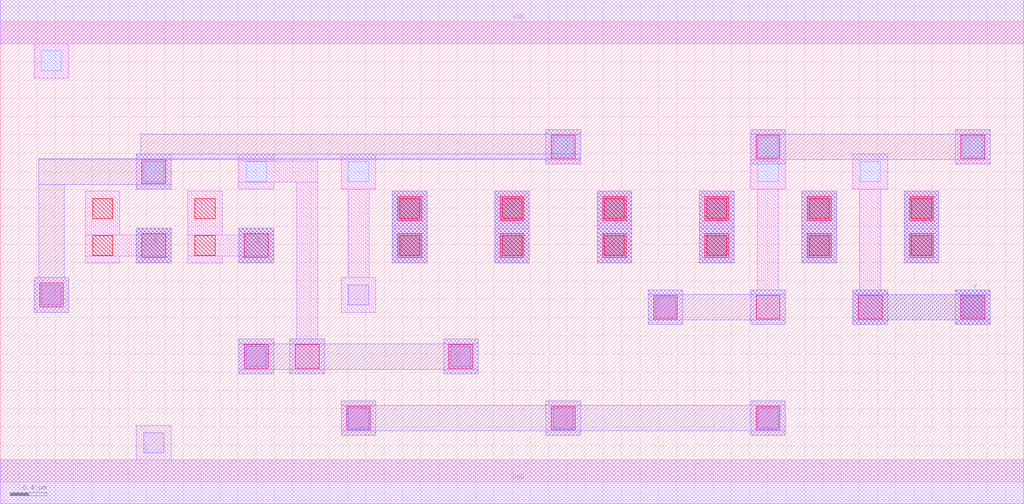
<source format=lef>
MACRO AOOAOI22211
 CLASS CORE ;
 FOREIGN AOOAOI22211 0 0 ;
 SIZE 11.200000000000001 BY 5.04 ;
 ORIGIN 0 0 ;
 SYMMETRY X Y R90 ;
 SITE unit ;
  PIN VDD
   DIRECTION INOUT ;
   USE POWER ;
   SHAPE ABUTMENT ;
    PORT
     CLASS CORE ;
       LAYER met1 ;
        RECT 0.00000000 4.80000000 11.20000000 5.28000000 ;
    END
  END VDD

  PIN GND
   DIRECTION INOUT ;
   USE POWER ;
   SHAPE ABUTMENT ;
    PORT
     CLASS CORE ;
       LAYER met1 ;
        RECT 0.00000000 -0.24000000 11.20000000 0.24000000 ;
    END
  END GND

  PIN Y
   DIRECTION INOUT ;
   USE SIGNAL ;
   SHAPE ABUTMENT ;
    PORT
     CLASS CORE ;
       LAYER met2 ;
        RECT 9.33000000 1.72200000 9.71000000 1.77200000 ;
        RECT 10.45000000 1.72200000 10.83000000 1.77200000 ;
        RECT 9.33000000 1.77200000 10.83000000 2.05200000 ;
        RECT 9.33000000 2.05200000 9.71000000 2.10200000 ;
        RECT 10.45000000 2.05200000 10.83000000 2.10200000 ;
    END
  END Y

  PIN B
   DIRECTION INOUT ;
   USE SIGNAL ;
   SHAPE ABUTMENT ;
    PORT
     CLASS CORE ;
       LAYER met2 ;
        RECT 7.65000000 2.39700000 8.03000000 3.18200000 ;
    END
  END B

  PIN E
   DIRECTION INOUT ;
   USE SIGNAL ;
   SHAPE ABUTMENT ;
    PORT
     CLASS CORE ;
       LAYER met2 ;
        RECT 1.49000000 2.39700000 1.87000000 2.77700000 ;
    END
  END E

  PIN A
   DIRECTION INOUT ;
   USE SIGNAL ;
   SHAPE ABUTMENT ;
    PORT
     CLASS CORE ;
       LAYER met2 ;
        RECT 9.89000000 2.39700000 10.27000000 3.18200000 ;
    END
  END A

  PIN A1
   DIRECTION INOUT ;
   USE SIGNAL ;
   SHAPE ABUTMENT ;
    PORT
     CLASS CORE ;
       LAYER met2 ;
        RECT 8.77000000 2.39700000 9.15000000 3.18200000 ;
    END
  END A1

  PIN B1
   DIRECTION INOUT ;
   USE SIGNAL ;
   SHAPE ABUTMENT ;
    PORT
     CLASS CORE ;
       LAYER met2 ;
        RECT 6.53000000 2.39700000 6.91000000 3.18200000 ;
    END
  END B1

  PIN C
   DIRECTION INOUT ;
   USE SIGNAL ;
   SHAPE ABUTMENT ;
    PORT
     CLASS CORE ;
       LAYER met2 ;
        RECT 4.29000000 2.39700000 4.67000000 3.18200000 ;
    END
  END C

  PIN C1
   DIRECTION INOUT ;
   USE SIGNAL ;
   SHAPE ABUTMENT ;
    PORT
     CLASS CORE ;
       LAYER met2 ;
        RECT 5.41000000 2.39700000 5.79000000 3.18200000 ;
    END
  END C1

  PIN D
   DIRECTION INOUT ;
   USE SIGNAL ;
   SHAPE ABUTMENT ;
    PORT
     CLASS CORE ;
       LAYER met2 ;
        RECT 2.61000000 2.39700000 2.99000000 2.77700000 ;
    END
  END D

 OBS
    LAYER polycont ;
     RECT 1.01000000 2.47700000 1.23000000 2.69700000 ;
     RECT 2.13000000 2.47700000 2.35000000 2.69700000 ;
     RECT 4.37000000 2.47700000 4.59000000 2.69700000 ;
     RECT 5.49000000 2.47700000 5.71000000 2.69700000 ;
     RECT 6.61000000 2.47700000 6.83000000 2.69700000 ;
     RECT 7.73000000 2.47700000 7.95000000 2.69700000 ;
     RECT 8.85000000 2.47700000 9.07000000 2.69700000 ;
     RECT 9.97000000 2.47700000 10.19000000 2.69700000 ;
     RECT 1.01000000 2.88200000 1.23000000 3.10200000 ;
     RECT 2.13000000 2.88200000 2.35000000 3.10200000 ;
     RECT 4.37000000 2.88200000 4.59000000 3.10200000 ;
     RECT 5.49000000 2.88200000 5.71000000 3.10200000 ;
     RECT 6.61000000 2.88200000 6.83000000 3.10200000 ;
     RECT 7.73000000 2.88200000 7.95000000 3.10200000 ;
     RECT 8.85000000 2.88200000 9.07000000 3.10200000 ;
     RECT 9.97000000 2.88200000 10.19000000 3.10200000 ;

    LAYER pdiffc ;
     RECT 1.57000000 3.28700000 1.79000000 3.50700000 ;
     RECT 2.69000000 3.28700000 2.91000000 3.50700000 ;
     RECT 3.81000000 3.28700000 4.03000000 3.50700000 ;
     RECT 8.29000000 3.28700000 8.51000000 3.50700000 ;
     RECT 9.41000000 3.28700000 9.63000000 3.50700000 ;
     RECT 6.05000000 3.55700000 6.27000000 3.77700000 ;
     RECT 8.29000000 3.55700000 8.51000000 3.77700000 ;
     RECT 10.53000000 3.55700000 10.75000000 3.77700000 ;
     RECT 0.45000000 4.50200000 0.67000000 4.72200000 ;

    LAYER ndiffc ;
     RECT 1.57000000 0.31700000 1.79000000 0.53700000 ;
     RECT 3.81000000 0.58700000 4.03000000 0.80700000 ;
     RECT 6.05000000 0.58700000 6.27000000 0.80700000 ;
     RECT 8.29000000 0.58700000 8.51000000 0.80700000 ;
     RECT 2.69000000 1.26200000 2.91000000 1.48200000 ;
     RECT 4.93000000 1.26200000 5.15000000 1.48200000 ;
     RECT 7.17000000 1.80200000 7.39000000 2.02200000 ;
     RECT 10.53000000 1.80200000 10.75000000 2.02200000 ;
     RECT 0.45000000 1.93700000 0.67000000 2.15700000 ;
     RECT 3.81000000 1.93700000 4.03000000 2.15700000 ;

    LAYER met1 ;
     RECT 0.00000000 -0.24000000 11.20000000 0.24000000 ;
     RECT 1.49000000 0.24000000 1.87000000 0.61700000 ;
     RECT 3.73000000 0.50700000 4.11000000 0.88700000 ;
     RECT 5.97000000 0.50700000 6.35000000 0.88700000 ;
     RECT 8.21000000 0.50700000 8.59000000 0.88700000 ;
     RECT 2.61000000 1.18200000 2.99000000 1.56200000 ;
     RECT 4.85000000 1.18200000 5.23000000 1.56200000 ;
     RECT 7.09000000 1.72200000 7.47000000 2.10200000 ;
     RECT 10.45000000 1.72200000 10.83000000 2.10200000 ;
     RECT 0.37000000 1.85700000 0.75000000 2.23700000 ;
     RECT 4.29000000 2.39700000 4.67000000 2.77700000 ;
     RECT 5.41000000 2.39700000 5.79000000 2.77700000 ;
     RECT 6.53000000 2.39700000 6.91000000 2.77700000 ;
     RECT 7.65000000 2.39700000 8.03000000 2.77700000 ;
     RECT 8.77000000 2.39700000 9.15000000 2.77700000 ;
     RECT 9.89000000 2.39700000 10.27000000 2.77700000 ;
     RECT 0.93000000 2.39700000 1.31000000 2.47200000 ;
     RECT 1.49000000 2.39700000 1.87000000 2.47200000 ;
     RECT 0.93000000 2.47200000 1.87000000 2.70200000 ;
     RECT 1.49000000 2.70200000 1.87000000 2.77700000 ;
     RECT 0.93000000 2.70200000 1.31000000 3.18200000 ;
     RECT 2.05000000 2.39700000 2.43000000 2.47200000 ;
     RECT 2.61000000 2.39700000 2.99000000 2.47200000 ;
     RECT 2.05000000 2.47200000 2.99000000 2.70200000 ;
     RECT 2.61000000 2.70200000 2.99000000 2.77700000 ;
     RECT 2.05000000 2.70200000 2.43000000 3.18200000 ;
     RECT 4.29000000 2.80200000 4.67000000 3.18200000 ;
     RECT 5.41000000 2.80200000 5.79000000 3.18200000 ;
     RECT 6.53000000 2.80200000 6.91000000 3.18200000 ;
     RECT 7.65000000 2.80200000 8.03000000 3.18200000 ;
     RECT 8.77000000 2.80200000 9.15000000 3.18200000 ;
     RECT 9.89000000 2.80200000 10.27000000 3.18200000 ;
     RECT 1.49000000 3.20700000 1.87000000 3.58700000 ;
     RECT 3.17000000 1.18200000 3.55000000 1.56200000 ;
     RECT 2.61000000 3.20700000 2.99000000 3.28200000 ;
     RECT 3.24500000 1.56200000 3.47500000 3.28200000 ;
     RECT 2.61000000 3.28200000 3.47500000 3.51200000 ;
     RECT 2.61000000 3.51200000 2.99000000 3.58700000 ;
     RECT 3.73000000 1.85700000 4.11000000 2.23700000 ;
     RECT 3.80500000 2.23700000 4.03500000 3.20700000 ;
     RECT 3.73000000 3.20700000 4.11000000 3.58700000 ;
     RECT 9.33000000 1.72200000 9.71000000 2.10200000 ;
     RECT 9.40500000 2.10200000 9.63500000 3.20700000 ;
     RECT 9.33000000 3.20700000 9.71000000 3.58700000 ;
     RECT 5.97000000 3.47700000 6.35000000 3.85700000 ;
     RECT 8.21000000 1.72200000 8.59000000 2.10200000 ;
     RECT 8.28500000 2.10200000 8.51500000 3.20700000 ;
     RECT 8.21000000 3.20700000 8.59000000 3.85700000 ;
     RECT 10.45000000 3.47700000 10.83000000 3.85700000 ;
     RECT 0.37000000 4.42200000 0.75000000 4.80000000 ;
     RECT 0.00000000 4.80000000 11.20000000 5.28000000 ;

    LAYER via1 ;
     RECT 3.79000000 0.56700000 4.05000000 0.82700000 ;
     RECT 6.03000000 0.56700000 6.29000000 0.82700000 ;
     RECT 8.27000000 0.56700000 8.53000000 0.82700000 ;
     RECT 2.67000000 1.24200000 2.93000000 1.50200000 ;
     RECT 3.23000000 1.24200000 3.49000000 1.50200000 ;
     RECT 4.91000000 1.24200000 5.17000000 1.50200000 ;
     RECT 7.15000000 1.78200000 7.41000000 2.04200000 ;
     RECT 8.27000000 1.78200000 8.53000000 2.04200000 ;
     RECT 9.39000000 1.78200000 9.65000000 2.04200000 ;
     RECT 10.51000000 1.78200000 10.77000000 2.04200000 ;
     RECT 0.43000000 1.91700000 0.69000000 2.17700000 ;
     RECT 1.55000000 2.45700000 1.81000000 2.71700000 ;
     RECT 2.67000000 2.45700000 2.93000000 2.71700000 ;
     RECT 4.35000000 2.45700000 4.61000000 2.71700000 ;
     RECT 5.47000000 2.45700000 5.73000000 2.71700000 ;
     RECT 6.59000000 2.45700000 6.85000000 2.71700000 ;
     RECT 7.71000000 2.45700000 7.97000000 2.71700000 ;
     RECT 8.83000000 2.45700000 9.09000000 2.71700000 ;
     RECT 9.95000000 2.45700000 10.21000000 2.71700000 ;
     RECT 4.35000000 2.86200000 4.61000000 3.12200000 ;
     RECT 5.47000000 2.86200000 5.73000000 3.12200000 ;
     RECT 6.59000000 2.86200000 6.85000000 3.12200000 ;
     RECT 7.71000000 2.86200000 7.97000000 3.12200000 ;
     RECT 8.83000000 2.86200000 9.09000000 3.12200000 ;
     RECT 9.95000000 2.86200000 10.21000000 3.12200000 ;
     RECT 1.55000000 3.26700000 1.81000000 3.52700000 ;
     RECT 6.03000000 3.53700000 6.29000000 3.79700000 ;
     RECT 8.27000000 3.53700000 8.53000000 3.79700000 ;
     RECT 10.51000000 3.53700000 10.77000000 3.79700000 ;

    LAYER met2 ;
     RECT 3.73000000 0.50700000 4.11000000 0.55700000 ;
     RECT 5.97000000 0.50700000 6.35000000 0.55700000 ;
     RECT 8.21000000 0.50700000 8.59000000 0.55700000 ;
     RECT 3.73000000 0.55700000 8.59000000 0.83700000 ;
     RECT 3.73000000 0.83700000 4.11000000 0.88700000 ;
     RECT 5.97000000 0.83700000 6.35000000 0.88700000 ;
     RECT 8.21000000 0.83700000 8.59000000 0.88700000 ;
     RECT 2.61000000 1.18200000 2.99000000 1.23200000 ;
     RECT 3.17000000 1.18200000 3.55000000 1.23200000 ;
     RECT 4.85000000 1.18200000 5.23000000 1.23200000 ;
     RECT 2.61000000 1.23200000 5.23000000 1.51200000 ;
     RECT 2.61000000 1.51200000 2.99000000 1.56200000 ;
     RECT 3.17000000 1.51200000 3.55000000 1.56200000 ;
     RECT 4.85000000 1.51200000 5.23000000 1.56200000 ;
     RECT 7.09000000 1.72200000 7.47000000 1.77200000 ;
     RECT 8.21000000 1.72200000 8.59000000 1.77200000 ;
     RECT 7.09000000 1.77200000 8.59000000 2.05200000 ;
     RECT 7.09000000 2.05200000 7.47000000 2.10200000 ;
     RECT 8.21000000 2.05200000 8.59000000 2.10200000 ;
     RECT 9.33000000 1.72200000 9.71000000 1.77200000 ;
     RECT 10.45000000 1.72200000 10.83000000 1.77200000 ;
     RECT 9.33000000 1.77200000 10.83000000 2.05200000 ;
     RECT 9.33000000 2.05200000 9.71000000 2.10200000 ;
     RECT 10.45000000 2.05200000 10.83000000 2.10200000 ;
     RECT 1.49000000 2.39700000 1.87000000 2.77700000 ;
     RECT 2.61000000 2.39700000 2.99000000 2.77700000 ;
     RECT 4.29000000 2.39700000 4.67000000 3.18200000 ;
     RECT 5.41000000 2.39700000 5.79000000 3.18200000 ;
     RECT 6.53000000 2.39700000 6.91000000 3.18200000 ;
     RECT 7.65000000 2.39700000 8.03000000 3.18200000 ;
     RECT 8.77000000 2.39700000 9.15000000 3.18200000 ;
     RECT 9.89000000 2.39700000 10.27000000 3.18200000 ;
     RECT 0.37000000 1.85700000 0.75000000 2.23700000 ;
     RECT 0.42000000 2.23700000 0.70000000 3.25700000 ;
     RECT 1.49000000 3.20700000 1.87000000 3.25700000 ;
     RECT 0.42000000 3.25700000 1.87000000 3.52700000 ;
     RECT 5.97000000 3.47700000 6.35000000 3.52700000 ;
     RECT 0.42000000 3.52700000 6.35000000 3.53700000 ;
     RECT 1.49000000 3.53700000 6.35000000 3.58700000 ;
     RECT 1.54000000 3.58700000 6.35000000 3.80700000 ;
     RECT 5.97000000 3.80700000 6.35000000 3.85700000 ;
     RECT 8.21000000 3.47700000 8.59000000 3.52700000 ;
     RECT 10.45000000 3.47700000 10.83000000 3.52700000 ;
     RECT 8.21000000 3.52700000 10.83000000 3.80700000 ;
     RECT 8.21000000 3.80700000 8.59000000 3.85700000 ;
     RECT 10.45000000 3.80700000 10.83000000 3.85700000 ;

 END
END AOOAOI22211

</source>
